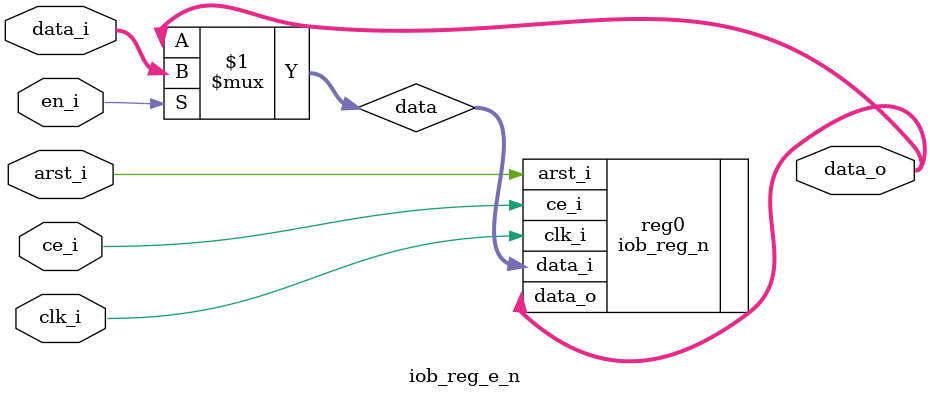
<source format=v>
`timescale 1ns / 1ps

module iob_reg_e_n
  #(
    parameter DATA_W = 0,
    parameter RST_VAL = 0
    )
   (
    input               clk_i,
    input               arst_i,
    input               ce_i,

    input               en_i,

    input [DATA_W-1:0]  data_i,
    output [DATA_W-1:0] data_o
    );

   wire [DATA_W-1:0]    data;
   assign data = en_i? data_i: data_o;

   iob_reg_n #(DATA_W, RST_VAL) reg0
     (
      .clk_i(clk_i),
      .arst_i(arst_i),
      .ce_i(ce_i),

      .data_i(data),
      .data_o(data_o)
      );

endmodule

</source>
